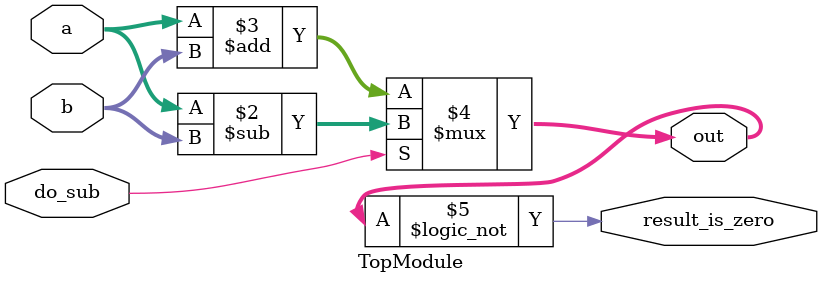
<source format=sv>

module TopModule (
  input do_sub,
  input [7:0] a,
  input [7:0] b,
  output reg [7:0] out,
  output reg result_is_zero
);
always @(*) begin
    out = do_sub ? a - b : a + b;
    result_is_zero = (out == 8'b0);
end

endmodule

</source>
